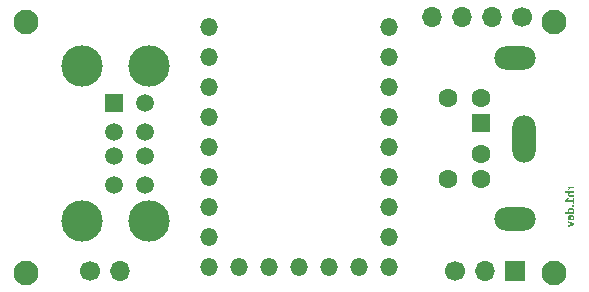
<source format=gbr>
G04 #@! TF.GenerationSoftware,KiCad,Pcbnew,8.0.4*
G04 #@! TF.CreationDate,2024-12-08T01:13:34+02:00*
G04 #@! TF.ProjectId,usb2ps2,75736232-7073-4322-9e6b-696361645f70,1.2*
G04 #@! TF.SameCoordinates,Original*
G04 #@! TF.FileFunction,Soldermask,Bot*
G04 #@! TF.FilePolarity,Negative*
%FSLAX46Y46*%
G04 Gerber Fmt 4.6, Leading zero omitted, Abs format (unit mm)*
G04 Created by KiCad (PCBNEW 8.0.4) date 2024-12-08 01:13:34*
%MOMM*%
%LPD*%
G01*
G04 APERTURE LIST*
%ADD10C,0.100000*%
%ADD11C,1.700000*%
%ADD12O,1.700000X1.700000*%
%ADD13R,1.700000X1.700000*%
%ADD14R,1.500000X1.500000*%
%ADD15C,1.500000*%
%ADD16C,3.500000*%
%ADD17O,1.500000X1.500000*%
%ADD18C,2.100000*%
%ADD19R,1.600000X1.600000*%
%ADD20C,1.600000*%
%ADD21O,3.500000X2.000000*%
%ADD22O,2.000000X4.000000*%
G04 APERTURE END LIST*
D10*
G36*
X148086274Y-93640411D02*
G01*
X148091941Y-93678513D01*
X148225981Y-93678513D01*
X148223832Y-93639239D01*
X148226718Y-93598865D01*
X148238739Y-93559703D01*
X148248256Y-93545254D01*
X148282313Y-93522538D01*
X148322534Y-93516169D01*
X148325828Y-93516140D01*
X148624000Y-93516140D01*
X148624000Y-93371549D01*
X148086274Y-93371549D01*
X148086274Y-93507152D01*
X148152318Y-93507152D01*
X148152318Y-93513796D01*
X148120171Y-93537891D01*
X148101515Y-93565380D01*
X148089623Y-93602710D01*
X148086274Y-93640411D01*
G37*
G36*
X148073769Y-94044487D02*
G01*
X148078597Y-94091883D01*
X148093080Y-94131246D01*
X148117218Y-94162576D01*
X148151011Y-94185873D01*
X148194460Y-94201136D01*
X148236170Y-94207563D01*
X148271508Y-94209009D01*
X148624000Y-94209009D01*
X148624000Y-94064612D01*
X148294956Y-94064612D01*
X148254530Y-94059033D01*
X148221209Y-94034234D01*
X148211327Y-93994075D01*
X148219488Y-93954639D01*
X148240245Y-93927445D01*
X148276112Y-93907778D01*
X148316644Y-93902240D01*
X148624000Y-93902240D01*
X148624000Y-93757648D01*
X147873685Y-93757648D01*
X147873685Y-93902240D01*
X148143330Y-93902240D01*
X148143330Y-93908883D01*
X148112782Y-93933750D01*
X148092332Y-93963203D01*
X148078410Y-94001207D01*
X148073787Y-94041627D01*
X148073769Y-94044487D01*
G37*
G36*
X148486442Y-94660174D02*
G01*
X148486442Y-94819225D01*
X148624000Y-94819225D01*
X148624000Y-94333084D01*
X148486442Y-94333084D01*
X148486442Y-94515582D01*
X148072011Y-94515582D01*
X148072011Y-94508939D01*
X148219729Y-94333084D01*
X148045046Y-94333084D01*
X147873685Y-94530237D01*
X147873685Y-94660174D01*
X148486442Y-94660174D01*
G37*
G36*
X148624000Y-94901877D02*
G01*
X148452053Y-94901877D01*
X148452053Y-95074410D01*
X148624000Y-95074410D01*
X148624000Y-94901877D01*
G37*
G36*
X148402087Y-95164052D02*
G01*
X148445189Y-95169781D01*
X148484445Y-95179329D01*
X148525382Y-95195296D01*
X148561083Y-95216461D01*
X148565723Y-95219900D01*
X148597542Y-95250525D01*
X148619932Y-95286694D01*
X148632896Y-95328408D01*
X148636505Y-95369455D01*
X148636323Y-95378998D01*
X148630659Y-95420127D01*
X148615793Y-95457969D01*
X148614467Y-95460260D01*
X148588120Y-95492464D01*
X148554635Y-95515024D01*
X148554635Y-95522840D01*
X148624000Y-95522840D01*
X148624000Y-95658443D01*
X147873685Y-95658443D01*
X147873685Y-95513852D01*
X148146651Y-95513852D01*
X148146651Y-95507208D01*
X148118235Y-95484279D01*
X148093504Y-95451130D01*
X148092290Y-95448956D01*
X148078551Y-95412051D01*
X148211327Y-95412051D01*
X148211650Y-95421462D01*
X148221694Y-95459428D01*
X148248061Y-95489232D01*
X148274302Y-95502833D01*
X148314455Y-95512505D01*
X148355137Y-95515024D01*
X148388207Y-95513412D01*
X148426820Y-95505931D01*
X148462213Y-95489232D01*
X148468778Y-95484171D01*
X148491916Y-95452117D01*
X148498947Y-95412051D01*
X148493891Y-95376990D01*
X148471421Y-95341526D01*
X148437013Y-95321074D01*
X148396567Y-95311402D01*
X148355137Y-95308883D01*
X148321431Y-95310495D01*
X148279300Y-95318958D01*
X148242926Y-95338000D01*
X148218208Y-95371852D01*
X148211327Y-95412051D01*
X148078551Y-95412051D01*
X148078105Y-95410854D01*
X148073769Y-95369455D01*
X148074065Y-95357294D01*
X148079751Y-95317460D01*
X148095111Y-95277132D01*
X148119923Y-95242349D01*
X148149387Y-95216461D01*
X148154154Y-95213120D01*
X148190530Y-95192697D01*
X148232159Y-95177472D01*
X148272024Y-95168560D01*
X148315750Y-95163468D01*
X148355137Y-95162142D01*
X148402087Y-95164052D01*
G37*
G36*
X148363360Y-95754446D02*
G01*
X148402776Y-95756704D01*
X148446334Y-95763669D01*
X148485812Y-95775278D01*
X148526713Y-95794692D01*
X148562060Y-95820425D01*
X148583506Y-95842132D01*
X148607425Y-95876113D01*
X148624218Y-95914282D01*
X148633888Y-95956639D01*
X148636505Y-95996280D01*
X148633366Y-96039352D01*
X148623951Y-96079078D01*
X148608258Y-96115458D01*
X148586288Y-96148492D01*
X148558799Y-96176922D01*
X148526742Y-96199490D01*
X148490118Y-96216196D01*
X148448926Y-96227041D01*
X148448926Y-96081277D01*
X148470810Y-96068417D01*
X148493036Y-96035591D01*
X148498947Y-95996280D01*
X148492722Y-95958238D01*
X148470615Y-95924570D01*
X148451510Y-95911103D01*
X148412726Y-95897653D01*
X148373895Y-95892135D01*
X148373895Y-96230362D01*
X148366641Y-96231303D01*
X148327000Y-96232512D01*
X148312913Y-96232261D01*
X148272632Y-96228500D01*
X148231355Y-96219028D01*
X148193741Y-96203984D01*
X148160395Y-96183731D01*
X148129620Y-96155855D01*
X148105032Y-96122114D01*
X148103109Y-96118776D01*
X148085981Y-96079973D01*
X148076822Y-96041371D01*
X148073769Y-95999602D01*
X148195695Y-95999602D01*
X148195988Y-96009687D01*
X148204561Y-96048363D01*
X148231159Y-96080731D01*
X148270727Y-96095931D01*
X148270727Y-95896629D01*
X148243332Y-95906328D01*
X148212695Y-95932386D01*
X148200493Y-95960001D01*
X148195695Y-95999602D01*
X148073769Y-95999602D01*
X148074932Y-95971789D01*
X148082566Y-95926789D01*
X148097324Y-95886464D01*
X148119207Y-95850814D01*
X148148214Y-95819839D01*
X148157747Y-95811913D01*
X148194680Y-95788197D01*
X148230758Y-95772856D01*
X148270916Y-95762117D01*
X148315155Y-95755980D01*
X148355137Y-95754382D01*
X148363360Y-95754446D01*
G37*
G36*
X148086274Y-96621151D02*
G01*
X148086274Y-96775708D01*
X148624000Y-96597704D01*
X148624000Y-96444319D01*
X148086274Y-96266120D01*
X148086274Y-96420676D01*
X148423916Y-96517006D01*
X148423916Y-96523845D01*
X148086274Y-96621151D01*
G37*
D11*
X144250000Y-79000000D03*
D12*
X141710000Y-79000000D03*
X139170000Y-79000000D03*
X136630000Y-79000000D03*
D11*
X107670000Y-100500000D03*
D12*
X110210000Y-100500000D03*
D11*
X138500000Y-100500000D03*
D12*
X141040000Y-100500000D03*
D13*
X143580000Y-100500000D03*
D14*
X109630000Y-86250000D03*
D15*
X109630000Y-88750000D03*
X109630000Y-90750000D03*
X109630000Y-93250000D03*
X112250000Y-86250000D03*
X112250000Y-88750000D03*
X112250000Y-90750000D03*
X112250000Y-93250000D03*
D16*
X106920000Y-83180000D03*
X106920000Y-96320000D03*
X112600000Y-83180000D03*
X112600000Y-96320000D03*
D17*
X132920000Y-79840000D03*
X132920000Y-82380000D03*
X132920000Y-84920000D03*
X132920000Y-87460000D03*
X132920000Y-90000000D03*
X132920000Y-92540000D03*
X132920000Y-95080000D03*
X132920000Y-97620000D03*
X132920000Y-100160000D03*
X130380000Y-100160000D03*
X127840000Y-100160000D03*
X125300000Y-100160000D03*
X122760000Y-100160000D03*
X120220000Y-100160000D03*
X117680000Y-100160000D03*
X117680000Y-97620000D03*
X117680000Y-95080000D03*
X117680000Y-92540000D03*
X117680000Y-90000000D03*
X117680000Y-87460000D03*
X117680000Y-84920000D03*
X117680000Y-82380000D03*
X117680000Y-79840000D03*
D18*
X146900000Y-79400000D03*
X146900000Y-100650000D03*
D19*
X140750000Y-88000000D03*
D20*
X140750000Y-90600000D03*
D21*
X143600000Y-96150000D03*
D22*
X144400000Y-89300000D03*
D20*
X140750000Y-85900000D03*
D21*
X143600000Y-82450000D03*
D20*
X140750000Y-92700000D03*
X137950000Y-85900000D03*
X137950000Y-92700000D03*
D18*
X102250000Y-79400000D03*
X102250000Y-100650000D03*
M02*

</source>
